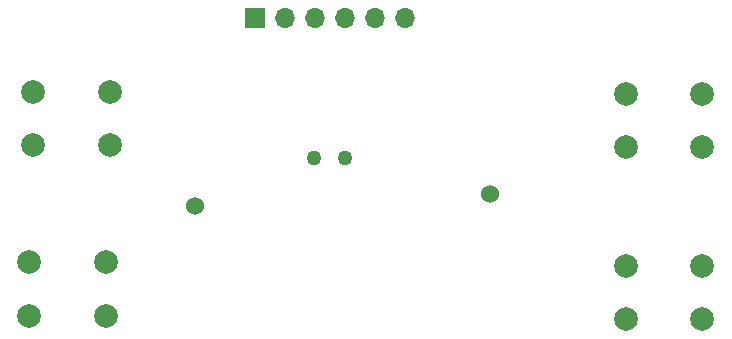
<source format=gbr>
G04 #@! TF.GenerationSoftware,KiCad,Pcbnew,5.0.0-fee4fd1~65~ubuntu18.04.1*
G04 #@! TF.CreationDate,2018-08-28T14:23:08-07:00*
G04 #@! TF.ProjectId,sumo_tank_control,73756D6F5F74616E6B5F636F6E74726F,rev?*
G04 #@! TF.SameCoordinates,Original*
G04 #@! TF.FileFunction,Copper,L2,Bot,Signal*
G04 #@! TF.FilePolarity,Positive*
%FSLAX46Y46*%
G04 Gerber Fmt 4.6, Leading zero omitted, Abs format (unit mm)*
G04 Created by KiCad (PCBNEW 5.0.0-fee4fd1~65~ubuntu18.04.1) date Tue Aug 28 14:23:08 2018*
%MOMM*%
%LPD*%
G01*
G04 APERTURE LIST*
G04 #@! TA.AperFunction,ComponentPad*
%ADD10R,1.700000X1.700000*%
G04 #@! TD*
G04 #@! TA.AperFunction,ComponentPad*
%ADD11O,1.700000X1.700000*%
G04 #@! TD*
G04 #@! TA.AperFunction,ComponentPad*
%ADD12C,2.000000*%
G04 #@! TD*
G04 #@! TA.AperFunction,ViaPad*
%ADD13C,1.524000*%
G04 #@! TD*
G04 #@! TA.AperFunction,ViaPad*
%ADD14C,1.270000*%
G04 #@! TD*
G04 APERTURE END LIST*
D10*
G04 #@! TO.P,J1,1*
G04 #@! TO.N,GND*
X125080000Y-41100000D03*
D11*
G04 #@! TO.P,J1,2*
G04 #@! TO.N,/GPIO_3*
X127620000Y-41100000D03*
G04 #@! TO.P,J1,3*
G04 #@! TO.N,/GPIO_2*
X130160000Y-41100000D03*
G04 #@! TO.P,J1,4*
G04 #@! TO.N,/GPIO_1*
X132700000Y-41100000D03*
G04 #@! TO.P,J1,5*
G04 #@! TO.N,/GPIO_0*
X135240000Y-41100000D03*
G04 #@! TO.P,J1,6*
G04 #@! TO.N,+3V3*
X137780000Y-41100000D03*
G04 #@! TD*
D12*
G04 #@! TO.P,SW1,2*
G04 #@! TO.N,/GPIO_0*
X156500000Y-52000000D03*
G04 #@! TO.P,SW1,1*
G04 #@! TO.N,GND*
X156500000Y-47500000D03*
G04 #@! TO.P,SW1,2*
G04 #@! TO.N,/GPIO_0*
X163000000Y-52000000D03*
G04 #@! TO.P,SW1,1*
G04 #@! TO.N,GND*
X163000000Y-47500000D03*
G04 #@! TD*
G04 #@! TO.P,SW2,1*
G04 #@! TO.N,GND*
X163000000Y-62100000D03*
G04 #@! TO.P,SW2,2*
G04 #@! TO.N,/GPIO_1*
X163000000Y-66600000D03*
G04 #@! TO.P,SW2,1*
G04 #@! TO.N,GND*
X156500000Y-62100000D03*
G04 #@! TO.P,SW2,2*
G04 #@! TO.N,/GPIO_1*
X156500000Y-66600000D03*
G04 #@! TD*
G04 #@! TO.P,SW3,2*
G04 #@! TO.N,/GPIO_2*
X106300000Y-51900000D03*
G04 #@! TO.P,SW3,1*
G04 #@! TO.N,GND*
X106300000Y-47400000D03*
G04 #@! TO.P,SW3,2*
G04 #@! TO.N,/GPIO_2*
X112800000Y-51900000D03*
G04 #@! TO.P,SW3,1*
G04 #@! TO.N,GND*
X112800000Y-47400000D03*
G04 #@! TD*
G04 #@! TO.P,SW4,1*
G04 #@! TO.N,GND*
X112500000Y-61800000D03*
G04 #@! TO.P,SW4,2*
G04 #@! TO.N,/GPIO_3*
X112500000Y-66300000D03*
G04 #@! TO.P,SW4,1*
G04 #@! TO.N,GND*
X106000000Y-61800000D03*
G04 #@! TO.P,SW4,2*
G04 #@! TO.N,/GPIO_3*
X106000000Y-66300000D03*
G04 #@! TD*
D13*
G04 #@! TO.N,/GPIO_2*
X120000000Y-57000000D03*
D14*
X130150000Y-53000000D03*
D13*
G04 #@! TO.N,/GPIO_1*
X145000000Y-56000000D03*
D14*
X132700000Y-53000000D03*
G04 #@! TD*
M02*

</source>
